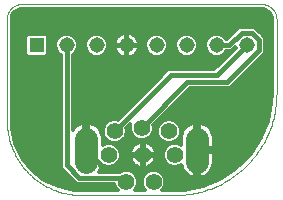
<source format=gtl>
G75*
%MOIN*%
%OFA0B0*%
%FSLAX25Y25*%
%IPPOS*%
%LPD*%
%AMOC8*
5,1,8,0,0,1.08239X$1,22.5*
%
%ADD10C,0.00000*%
%ADD11C,0.05543*%
%ADD12C,0.07677*%
%ADD13R,0.05150X0.05150*%
%ADD14C,0.05150*%
%ADD15C,0.01200*%
%ADD16C,0.01600*%
D10*
X0026600Y0013809D02*
X0057514Y0013809D01*
X0026600Y0013809D02*
X0025996Y0013816D01*
X0025392Y0013838D01*
X0024789Y0013875D01*
X0024187Y0013926D01*
X0023587Y0013991D01*
X0022988Y0014071D01*
X0022391Y0014166D01*
X0021797Y0014275D01*
X0021205Y0014398D01*
X0020617Y0014535D01*
X0020032Y0014687D01*
X0019451Y0014853D01*
X0018875Y0015033D01*
X0018302Y0015226D01*
X0017735Y0015434D01*
X0017173Y0015655D01*
X0016616Y0015889D01*
X0016065Y0016137D01*
X0015520Y0016398D01*
X0014982Y0016673D01*
X0014450Y0016960D01*
X0013926Y0017260D01*
X0013409Y0017572D01*
X0012900Y0017897D01*
X0012398Y0018234D01*
X0011905Y0018584D01*
X0011421Y0018945D01*
X0010945Y0019317D01*
X0010479Y0019701D01*
X0010022Y0020096D01*
X0009575Y0020502D01*
X0009137Y0020919D01*
X0008710Y0021346D01*
X0008293Y0021784D01*
X0007887Y0022231D01*
X0007492Y0022688D01*
X0007108Y0023154D01*
X0006736Y0023630D01*
X0006375Y0024114D01*
X0006025Y0024607D01*
X0005688Y0025109D01*
X0005363Y0025618D01*
X0005051Y0026135D01*
X0004751Y0026659D01*
X0004464Y0027191D01*
X0004189Y0027729D01*
X0003928Y0028274D01*
X0003680Y0028825D01*
X0003446Y0029382D01*
X0003225Y0029944D01*
X0003017Y0030511D01*
X0002824Y0031084D01*
X0002644Y0031660D01*
X0002478Y0032241D01*
X0002326Y0032826D01*
X0002189Y0033414D01*
X0002066Y0034006D01*
X0001957Y0034600D01*
X0001862Y0035197D01*
X0001782Y0035796D01*
X0001717Y0036396D01*
X0001666Y0036998D01*
X0001629Y0037601D01*
X0001607Y0038205D01*
X0001600Y0038809D01*
X0001600Y0072510D01*
X0001602Y0072650D01*
X0001608Y0072790D01*
X0001618Y0072930D01*
X0001631Y0073070D01*
X0001649Y0073209D01*
X0001671Y0073348D01*
X0001696Y0073485D01*
X0001725Y0073623D01*
X0001758Y0073759D01*
X0001795Y0073894D01*
X0001836Y0074028D01*
X0001881Y0074161D01*
X0001929Y0074293D01*
X0001981Y0074423D01*
X0002036Y0074552D01*
X0002095Y0074679D01*
X0002158Y0074805D01*
X0002224Y0074929D01*
X0002293Y0075050D01*
X0002366Y0075170D01*
X0002443Y0075288D01*
X0002522Y0075403D01*
X0002605Y0075517D01*
X0002691Y0075627D01*
X0002780Y0075736D01*
X0002872Y0075842D01*
X0002967Y0075945D01*
X0003064Y0076046D01*
X0003165Y0076143D01*
X0003268Y0076238D01*
X0003374Y0076330D01*
X0003483Y0076419D01*
X0003593Y0076505D01*
X0003707Y0076588D01*
X0003822Y0076667D01*
X0003940Y0076744D01*
X0004060Y0076817D01*
X0004181Y0076886D01*
X0004305Y0076952D01*
X0004431Y0077015D01*
X0004558Y0077074D01*
X0004687Y0077129D01*
X0004817Y0077181D01*
X0004949Y0077229D01*
X0005082Y0077274D01*
X0005216Y0077315D01*
X0005351Y0077352D01*
X0005487Y0077385D01*
X0005625Y0077414D01*
X0005762Y0077439D01*
X0005901Y0077461D01*
X0006040Y0077479D01*
X0006180Y0077492D01*
X0006320Y0077502D01*
X0006460Y0077508D01*
X0006600Y0077510D01*
X0086521Y0077510D01*
X0086661Y0077508D01*
X0086801Y0077502D01*
X0086941Y0077492D01*
X0087081Y0077479D01*
X0087220Y0077461D01*
X0087359Y0077439D01*
X0087496Y0077414D01*
X0087634Y0077385D01*
X0087770Y0077352D01*
X0087905Y0077315D01*
X0088039Y0077274D01*
X0088172Y0077229D01*
X0088304Y0077181D01*
X0088434Y0077129D01*
X0088563Y0077074D01*
X0088690Y0077015D01*
X0088816Y0076952D01*
X0088940Y0076886D01*
X0089061Y0076817D01*
X0089181Y0076744D01*
X0089299Y0076667D01*
X0089414Y0076588D01*
X0089528Y0076505D01*
X0089638Y0076419D01*
X0089747Y0076330D01*
X0089853Y0076238D01*
X0089956Y0076143D01*
X0090057Y0076046D01*
X0090154Y0075945D01*
X0090249Y0075842D01*
X0090341Y0075736D01*
X0090430Y0075627D01*
X0090516Y0075517D01*
X0090599Y0075403D01*
X0090678Y0075288D01*
X0090755Y0075170D01*
X0090828Y0075050D01*
X0090897Y0074929D01*
X0090963Y0074805D01*
X0091026Y0074679D01*
X0091085Y0074552D01*
X0091140Y0074423D01*
X0091192Y0074293D01*
X0091240Y0074161D01*
X0091285Y0074028D01*
X0091326Y0073894D01*
X0091363Y0073759D01*
X0091396Y0073623D01*
X0091425Y0073485D01*
X0091450Y0073348D01*
X0091472Y0073209D01*
X0091490Y0073070D01*
X0091503Y0072930D01*
X0091513Y0072790D01*
X0091519Y0072650D01*
X0091521Y0072510D01*
X0091521Y0047817D01*
X0091522Y0047817D02*
X0091512Y0046995D01*
X0091482Y0046174D01*
X0091433Y0045354D01*
X0091363Y0044535D01*
X0091274Y0043718D01*
X0091165Y0042903D01*
X0091037Y0042092D01*
X0090888Y0041283D01*
X0090721Y0040479D01*
X0090534Y0039678D01*
X0090327Y0038883D01*
X0090102Y0038093D01*
X0089858Y0037308D01*
X0089594Y0036529D01*
X0089312Y0035758D01*
X0089011Y0034993D01*
X0088692Y0034235D01*
X0088355Y0033486D01*
X0088000Y0032745D01*
X0087627Y0032013D01*
X0087236Y0031290D01*
X0086828Y0030576D01*
X0086403Y0029873D01*
X0085961Y0029180D01*
X0085502Y0028498D01*
X0085027Y0027828D01*
X0084536Y0027169D01*
X0084029Y0026522D01*
X0083507Y0025887D01*
X0082969Y0025266D01*
X0082417Y0024657D01*
X0081850Y0024062D01*
X0081269Y0023481D01*
X0080674Y0022914D01*
X0080065Y0022362D01*
X0079444Y0021824D01*
X0078809Y0021302D01*
X0078162Y0020795D01*
X0077503Y0020304D01*
X0076833Y0019829D01*
X0076151Y0019370D01*
X0075458Y0018928D01*
X0074755Y0018503D01*
X0074041Y0018095D01*
X0073318Y0017704D01*
X0072586Y0017331D01*
X0071845Y0016976D01*
X0071096Y0016639D01*
X0070338Y0016320D01*
X0069573Y0016019D01*
X0068802Y0015737D01*
X0068023Y0015473D01*
X0067238Y0015229D01*
X0066448Y0015004D01*
X0065653Y0014797D01*
X0064852Y0014610D01*
X0064048Y0014443D01*
X0063239Y0014294D01*
X0062428Y0014166D01*
X0061613Y0014057D01*
X0060796Y0013968D01*
X0059977Y0013898D01*
X0059157Y0013849D01*
X0058336Y0013819D01*
X0057514Y0013809D01*
D11*
X0050537Y0018179D03*
X0041482Y0018179D03*
X0046994Y0027234D03*
X0055655Y0035108D03*
X0046600Y0036289D03*
X0037545Y0035108D03*
X0035576Y0027234D03*
X0057624Y0027234D03*
D12*
X0065104Y0024970D02*
X0065104Y0032648D01*
X0028096Y0032648D02*
X0028096Y0024970D01*
D13*
X0011600Y0063809D03*
D14*
X0021600Y0063809D03*
X0031600Y0063809D03*
X0041600Y0063809D03*
X0051600Y0063809D03*
X0061600Y0063809D03*
X0071600Y0063809D03*
X0081600Y0063809D03*
D15*
X0018871Y0016722D02*
X0014150Y0018996D01*
X0010054Y0022263D01*
X0006787Y0026359D01*
X0004513Y0031081D01*
X0003347Y0036189D01*
X0003200Y0038809D01*
X0003200Y0072510D01*
X0003265Y0073173D01*
X0003773Y0074399D01*
X0004711Y0075337D01*
X0005937Y0075845D01*
X0006600Y0075910D01*
X0086521Y0075910D01*
X0087185Y0075845D01*
X0088410Y0075337D01*
X0089348Y0074399D01*
X0089856Y0073173D01*
X0089921Y0072510D01*
X0089921Y0047817D01*
X0089765Y0044640D01*
X0088526Y0038409D01*
X0086095Y0032540D01*
X0082565Y0027258D01*
X0078073Y0022765D01*
X0072790Y0019236D01*
X0066921Y0016805D01*
X0060690Y0015565D01*
X0057514Y0015409D01*
X0053384Y0015409D01*
X0053904Y0015929D01*
X0054509Y0017389D01*
X0054509Y0018969D01*
X0053904Y0020429D01*
X0052787Y0021546D01*
X0051327Y0022151D01*
X0049747Y0022151D01*
X0048287Y0021546D01*
X0047170Y0020429D01*
X0046565Y0018969D01*
X0046565Y0017389D01*
X0047170Y0015929D01*
X0047690Y0015409D01*
X0044329Y0015409D01*
X0044849Y0015929D01*
X0045454Y0017389D01*
X0045454Y0018969D01*
X0044849Y0020429D01*
X0043732Y0021546D01*
X0042272Y0022151D01*
X0040692Y0022151D01*
X0039232Y0021546D01*
X0039218Y0021532D01*
X0032320Y0021532D01*
X0032748Y0022120D01*
X0033136Y0022883D01*
X0033401Y0023697D01*
X0033421Y0023828D01*
X0034786Y0023263D01*
X0036366Y0023263D01*
X0037826Y0023867D01*
X0038943Y0024984D01*
X0039548Y0026444D01*
X0039548Y0028024D01*
X0038943Y0029484D01*
X0037826Y0030601D01*
X0036366Y0031206D01*
X0034786Y0031206D01*
X0033535Y0030687D01*
X0033535Y0033076D01*
X0033401Y0033921D01*
X0033136Y0034735D01*
X0032748Y0035498D01*
X0032244Y0036191D01*
X0031639Y0036796D01*
X0030946Y0037299D01*
X0030184Y0037688D01*
X0029370Y0037952D01*
X0028696Y0038059D01*
X0028696Y0029409D01*
X0027496Y0029409D01*
X0027496Y0038059D01*
X0026823Y0037952D01*
X0026008Y0037688D01*
X0025246Y0037299D01*
X0024553Y0036796D01*
X0023948Y0036191D01*
X0023600Y0035712D01*
X0023600Y0060552D01*
X0023738Y0060609D01*
X0024800Y0061671D01*
X0025375Y0063058D01*
X0025375Y0064560D01*
X0024800Y0065947D01*
X0023738Y0067009D01*
X0022351Y0067584D01*
X0020849Y0067584D01*
X0019462Y0067009D01*
X0018400Y0065947D01*
X0017825Y0064560D01*
X0017825Y0063058D01*
X0018400Y0061671D01*
X0019462Y0060609D01*
X0019600Y0060552D01*
X0019600Y0022947D01*
X0025015Y0017532D01*
X0037510Y0017532D01*
X0037510Y0017389D01*
X0038115Y0015929D01*
X0038635Y0015409D01*
X0026600Y0015409D01*
X0023980Y0015556D01*
X0018871Y0016722D01*
X0017454Y0017405D02*
X0037510Y0017405D01*
X0038000Y0016206D02*
X0021133Y0016206D01*
X0023944Y0018603D02*
X0014966Y0018603D01*
X0013140Y0019802D02*
X0022745Y0019802D01*
X0021547Y0021000D02*
X0011637Y0021000D01*
X0010134Y0022199D02*
X0020348Y0022199D01*
X0019600Y0023397D02*
X0009149Y0023397D01*
X0008193Y0024596D02*
X0019600Y0024596D01*
X0019600Y0025794D02*
X0007237Y0025794D01*
X0006482Y0026993D02*
X0019600Y0026993D01*
X0019600Y0028191D02*
X0005905Y0028191D01*
X0005327Y0029390D02*
X0019600Y0029390D01*
X0019600Y0030588D02*
X0004750Y0030588D01*
X0004352Y0031787D02*
X0019600Y0031787D01*
X0019600Y0032985D02*
X0004078Y0032985D01*
X0003805Y0034184D02*
X0019600Y0034184D01*
X0019600Y0035382D02*
X0003531Y0035382D01*
X0003325Y0036581D02*
X0019600Y0036581D01*
X0019600Y0037779D02*
X0003258Y0037779D01*
X0003200Y0038978D02*
X0019600Y0038978D01*
X0019600Y0040176D02*
X0003200Y0040176D01*
X0003200Y0041375D02*
X0019600Y0041375D01*
X0019600Y0042573D02*
X0003200Y0042573D01*
X0003200Y0043772D02*
X0019600Y0043772D01*
X0019600Y0044970D02*
X0003200Y0044970D01*
X0003200Y0046169D02*
X0019600Y0046169D01*
X0019600Y0047367D02*
X0003200Y0047367D01*
X0003200Y0048566D02*
X0019600Y0048566D01*
X0019600Y0049764D02*
X0003200Y0049764D01*
X0003200Y0050963D02*
X0019600Y0050963D01*
X0019600Y0052161D02*
X0003200Y0052161D01*
X0003200Y0053360D02*
X0019600Y0053360D01*
X0019600Y0054558D02*
X0003200Y0054558D01*
X0003200Y0055757D02*
X0019600Y0055757D01*
X0019600Y0056955D02*
X0003200Y0056955D01*
X0003200Y0058154D02*
X0019600Y0058154D01*
X0019600Y0059352D02*
X0003200Y0059352D01*
X0003200Y0060551D02*
X0008011Y0060551D01*
X0007825Y0060737D02*
X0008528Y0060034D01*
X0014672Y0060034D01*
X0015375Y0060737D01*
X0015375Y0066881D01*
X0014672Y0067584D01*
X0008528Y0067584D01*
X0007825Y0066881D01*
X0007825Y0060737D01*
X0007825Y0061750D02*
X0003200Y0061750D01*
X0003200Y0062948D02*
X0007825Y0062948D01*
X0007825Y0064147D02*
X0003200Y0064147D01*
X0003200Y0065345D02*
X0007825Y0065345D01*
X0007825Y0066544D02*
X0003200Y0066544D01*
X0003200Y0067742D02*
X0040195Y0067742D01*
X0039997Y0067678D02*
X0040622Y0067881D01*
X0041271Y0067984D01*
X0041413Y0067984D01*
X0041413Y0063997D01*
X0041787Y0063997D01*
X0041787Y0067984D01*
X0041929Y0067984D01*
X0042578Y0067881D01*
X0043203Y0067678D01*
X0043788Y0067380D01*
X0044320Y0066993D01*
X0044784Y0066529D01*
X0045171Y0065997D01*
X0045469Y0065412D01*
X0045672Y0064787D01*
X0045775Y0064138D01*
X0045775Y0063996D01*
X0041787Y0063996D01*
X0041787Y0063622D01*
X0041787Y0059634D01*
X0041929Y0059634D01*
X0042578Y0059737D01*
X0043203Y0059940D01*
X0043788Y0060238D01*
X0044320Y0060625D01*
X0044784Y0061089D01*
X0045171Y0061621D01*
X0045469Y0062206D01*
X0045672Y0062831D01*
X0045775Y0063480D01*
X0045775Y0063622D01*
X0041787Y0063622D01*
X0041413Y0063622D01*
X0041413Y0059634D01*
X0041271Y0059634D01*
X0040622Y0059737D01*
X0039997Y0059940D01*
X0039412Y0060238D01*
X0038880Y0060625D01*
X0038416Y0061089D01*
X0038029Y0061621D01*
X0037731Y0062206D01*
X0037528Y0062831D01*
X0037425Y0063480D01*
X0037425Y0063622D01*
X0041413Y0063622D01*
X0041413Y0063996D01*
X0037425Y0063996D01*
X0037425Y0064138D01*
X0037528Y0064787D01*
X0037731Y0065412D01*
X0038029Y0065997D01*
X0038416Y0066529D01*
X0038880Y0066993D01*
X0039412Y0067380D01*
X0039997Y0067678D01*
X0041413Y0067742D02*
X0041787Y0067742D01*
X0041787Y0066544D02*
X0041413Y0066544D01*
X0041413Y0065345D02*
X0041787Y0065345D01*
X0041787Y0064147D02*
X0041413Y0064147D01*
X0041413Y0062948D02*
X0041787Y0062948D01*
X0041787Y0061750D02*
X0041413Y0061750D01*
X0041413Y0060551D02*
X0041787Y0060551D01*
X0044218Y0060551D02*
X0049602Y0060551D01*
X0049462Y0060609D02*
X0050849Y0060034D01*
X0052351Y0060034D01*
X0053738Y0060609D01*
X0054800Y0061671D01*
X0055375Y0063058D01*
X0055375Y0064560D01*
X0054800Y0065947D01*
X0053738Y0067009D01*
X0052351Y0067584D01*
X0050849Y0067584D01*
X0049462Y0067009D01*
X0048400Y0065947D01*
X0047825Y0064560D01*
X0047825Y0063058D01*
X0048400Y0061671D01*
X0049462Y0060609D01*
X0048367Y0061750D02*
X0045236Y0061750D01*
X0045690Y0062948D02*
X0047871Y0062948D01*
X0047825Y0064147D02*
X0045773Y0064147D01*
X0045491Y0065345D02*
X0048150Y0065345D01*
X0048996Y0066544D02*
X0044770Y0066544D01*
X0043005Y0067742D02*
X0076801Y0067742D01*
X0077999Y0068941D02*
X0003200Y0068941D01*
X0003200Y0070139D02*
X0089921Y0070139D01*
X0089921Y0071338D02*
X0003200Y0071338D01*
X0003203Y0072536D02*
X0089919Y0072536D01*
X0089623Y0073735D02*
X0003498Y0073735D01*
X0004307Y0074933D02*
X0088814Y0074933D01*
X0084158Y0069984D02*
X0079042Y0069984D01*
X0074867Y0065809D01*
X0074857Y0065809D01*
X0074800Y0065947D01*
X0073738Y0067009D01*
X0072351Y0067584D01*
X0070849Y0067584D01*
X0069462Y0067009D01*
X0068400Y0065947D01*
X0067825Y0064560D01*
X0067825Y0063058D01*
X0068400Y0061671D01*
X0069462Y0060609D01*
X0070849Y0060034D01*
X0072351Y0060034D01*
X0073738Y0060609D01*
X0074800Y0061671D01*
X0074857Y0061809D01*
X0076524Y0061809D01*
X0077825Y0063110D01*
X0077825Y0063058D01*
X0077882Y0062920D01*
X0070772Y0055809D01*
X0055417Y0055809D01*
X0038585Y0038976D01*
X0038335Y0039080D01*
X0036755Y0039080D01*
X0035295Y0038475D01*
X0034178Y0037358D01*
X0033573Y0035898D01*
X0033573Y0034318D01*
X0034178Y0032859D01*
X0035295Y0031741D01*
X0036755Y0031137D01*
X0038335Y0031137D01*
X0039795Y0031741D01*
X0040912Y0032859D01*
X0041517Y0034318D01*
X0041517Y0035898D01*
X0041413Y0036148D01*
X0042829Y0037564D01*
X0042628Y0037079D01*
X0042628Y0035499D01*
X0043233Y0034040D01*
X0044350Y0032922D01*
X0045810Y0032318D01*
X0047390Y0032318D01*
X0048850Y0032922D01*
X0049967Y0034040D01*
X0050572Y0035499D01*
X0050572Y0037079D01*
X0050468Y0037329D01*
X0062548Y0049409D01*
X0075933Y0049409D01*
X0077104Y0050581D01*
X0087775Y0061251D01*
X0087775Y0066367D01*
X0086603Y0067538D01*
X0084158Y0069984D01*
X0085201Y0068941D02*
X0089921Y0068941D01*
X0089921Y0067742D02*
X0086399Y0067742D01*
X0087598Y0066544D02*
X0089921Y0066544D01*
X0089921Y0065345D02*
X0087775Y0065345D01*
X0087775Y0064147D02*
X0089921Y0064147D01*
X0089921Y0062948D02*
X0087775Y0062948D01*
X0087775Y0061750D02*
X0089921Y0061750D01*
X0089921Y0060551D02*
X0087074Y0060551D01*
X0085876Y0059352D02*
X0089921Y0059352D01*
X0089921Y0058154D02*
X0084677Y0058154D01*
X0083479Y0056955D02*
X0089921Y0056955D01*
X0089921Y0055757D02*
X0082280Y0055757D01*
X0081082Y0054558D02*
X0089921Y0054558D01*
X0089921Y0053360D02*
X0079883Y0053360D01*
X0078685Y0052161D02*
X0089921Y0052161D01*
X0089921Y0050963D02*
X0077486Y0050963D01*
X0076288Y0049764D02*
X0089921Y0049764D01*
X0089921Y0048566D02*
X0061705Y0048566D01*
X0060506Y0047367D02*
X0089899Y0047367D01*
X0089840Y0046169D02*
X0059308Y0046169D01*
X0058109Y0044970D02*
X0089781Y0044970D01*
X0089765Y0044640D02*
X0089765Y0044640D01*
X0089592Y0043772D02*
X0056911Y0043772D01*
X0055712Y0042573D02*
X0089354Y0042573D01*
X0089116Y0041375D02*
X0054514Y0041375D01*
X0053315Y0040176D02*
X0088877Y0040176D01*
X0088639Y0038978D02*
X0056692Y0038978D01*
X0056445Y0039080D02*
X0054865Y0039080D01*
X0053405Y0038475D01*
X0052288Y0037358D01*
X0051683Y0035898D01*
X0051683Y0034318D01*
X0052288Y0032859D01*
X0053405Y0031741D01*
X0054865Y0031137D01*
X0056445Y0031137D01*
X0057905Y0031741D01*
X0059022Y0032859D01*
X0059627Y0034318D01*
X0059627Y0035898D01*
X0059022Y0037358D01*
X0057905Y0038475D01*
X0056445Y0039080D01*
X0054619Y0038978D02*
X0052117Y0038978D01*
X0052709Y0037779D02*
X0050918Y0037779D01*
X0050572Y0036581D02*
X0051966Y0036581D01*
X0051683Y0035382D02*
X0050523Y0035382D01*
X0050027Y0034184D02*
X0051739Y0034184D01*
X0052236Y0032985D02*
X0048913Y0032985D01*
X0048672Y0031286D02*
X0048017Y0031498D01*
X0047338Y0031606D01*
X0047280Y0031606D01*
X0047280Y0027520D01*
X0051365Y0027520D01*
X0051365Y0027578D01*
X0051258Y0028258D01*
X0051045Y0028912D01*
X0050733Y0029525D01*
X0050328Y0030082D01*
X0049842Y0030569D01*
X0049285Y0030973D01*
X0048672Y0031286D01*
X0049815Y0030588D02*
X0055361Y0030588D01*
X0055374Y0030601D02*
X0054257Y0029484D01*
X0053652Y0028024D01*
X0053652Y0026444D01*
X0054257Y0024984D01*
X0055374Y0023867D01*
X0056834Y0023263D01*
X0058414Y0023263D01*
X0059779Y0023828D01*
X0059799Y0023697D01*
X0060064Y0022883D01*
X0060452Y0022120D01*
X0060956Y0021427D01*
X0061561Y0020822D01*
X0062253Y0020319D01*
X0063016Y0019930D01*
X0063830Y0019666D01*
X0064504Y0019559D01*
X0064504Y0028209D01*
X0065704Y0028209D01*
X0065704Y0029409D01*
X0070543Y0029409D01*
X0070543Y0033076D01*
X0070409Y0033921D01*
X0070144Y0034735D01*
X0069755Y0035498D01*
X0069252Y0036191D01*
X0068647Y0036796D01*
X0067954Y0037299D01*
X0067192Y0037688D01*
X0066377Y0037952D01*
X0065704Y0038059D01*
X0065704Y0029409D01*
X0064504Y0029409D01*
X0064504Y0038059D01*
X0063830Y0037952D01*
X0063016Y0037688D01*
X0062253Y0037299D01*
X0061561Y0036796D01*
X0060956Y0036191D01*
X0060452Y0035498D01*
X0060064Y0034735D01*
X0059799Y0033921D01*
X0059665Y0033076D01*
X0059665Y0030687D01*
X0058414Y0031206D01*
X0056834Y0031206D01*
X0055374Y0030601D01*
X0054218Y0029390D02*
X0050802Y0029390D01*
X0051268Y0028191D02*
X0053721Y0028191D01*
X0053652Y0026993D02*
X0047280Y0026993D01*
X0047280Y0026948D02*
X0047280Y0027520D01*
X0046708Y0027520D01*
X0046708Y0031606D01*
X0046650Y0031606D01*
X0045970Y0031498D01*
X0045316Y0031286D01*
X0044702Y0030973D01*
X0044146Y0030569D01*
X0043659Y0030082D01*
X0043255Y0029525D01*
X0042942Y0028912D01*
X0042730Y0028258D01*
X0042622Y0027578D01*
X0042622Y0027520D01*
X0046708Y0027520D01*
X0046708Y0026948D01*
X0047280Y0026948D01*
X0051365Y0026948D01*
X0051365Y0026890D01*
X0051258Y0026211D01*
X0051045Y0025556D01*
X0050733Y0024943D01*
X0050328Y0024386D01*
X0049842Y0023900D01*
X0049285Y0023495D01*
X0048672Y0023183D01*
X0048017Y0022970D01*
X0047338Y0022863D01*
X0047280Y0022863D01*
X0047280Y0026948D01*
X0046708Y0026948D02*
X0046708Y0022863D01*
X0046650Y0022863D01*
X0045970Y0022970D01*
X0045316Y0023183D01*
X0044702Y0023495D01*
X0044146Y0023900D01*
X0043659Y0024386D01*
X0043255Y0024943D01*
X0042942Y0025556D01*
X0042730Y0026211D01*
X0042622Y0026890D01*
X0042622Y0026948D01*
X0046708Y0026948D01*
X0046708Y0026993D02*
X0039548Y0026993D01*
X0039279Y0025794D02*
X0042865Y0025794D01*
X0043507Y0024596D02*
X0038555Y0024596D01*
X0036691Y0023397D02*
X0044895Y0023397D01*
X0046708Y0023397D02*
X0047280Y0023397D01*
X0047280Y0024596D02*
X0046708Y0024596D01*
X0046708Y0025794D02*
X0047280Y0025794D01*
X0047280Y0028191D02*
X0046708Y0028191D01*
X0046708Y0029390D02*
X0047280Y0029390D01*
X0047280Y0030588D02*
X0046708Y0030588D01*
X0044173Y0030588D02*
X0037839Y0030588D01*
X0038982Y0029390D02*
X0043186Y0029390D01*
X0042719Y0028191D02*
X0039479Y0028191D01*
X0039840Y0031787D02*
X0053360Y0031787D01*
X0057950Y0031787D02*
X0059665Y0031787D01*
X0059665Y0032985D02*
X0059075Y0032985D01*
X0059571Y0034184D02*
X0059885Y0034184D01*
X0059627Y0035382D02*
X0060393Y0035382D01*
X0061346Y0036581D02*
X0059344Y0036581D01*
X0058601Y0037779D02*
X0063298Y0037779D01*
X0064504Y0037779D02*
X0065704Y0037779D01*
X0065704Y0036581D02*
X0064504Y0036581D01*
X0064504Y0035382D02*
X0065704Y0035382D01*
X0065704Y0034184D02*
X0064504Y0034184D01*
X0064504Y0032985D02*
X0065704Y0032985D01*
X0065704Y0031787D02*
X0064504Y0031787D01*
X0064504Y0030588D02*
X0065704Y0030588D01*
X0065704Y0029390D02*
X0083990Y0029390D01*
X0083189Y0028191D02*
X0070543Y0028191D01*
X0070543Y0028209D02*
X0065704Y0028209D01*
X0065704Y0019559D01*
X0066377Y0019666D01*
X0067192Y0019930D01*
X0067954Y0020319D01*
X0068647Y0020822D01*
X0069252Y0021427D01*
X0069755Y0022120D01*
X0070144Y0022883D01*
X0070409Y0023697D01*
X0070543Y0024542D01*
X0070543Y0028209D01*
X0070543Y0026993D02*
X0082300Y0026993D01*
X0081102Y0025794D02*
X0070543Y0025794D01*
X0070543Y0024596D02*
X0079903Y0024596D01*
X0078705Y0023397D02*
X0070311Y0023397D01*
X0069795Y0022199D02*
X0077225Y0022199D01*
X0075431Y0021000D02*
X0068825Y0021000D01*
X0066795Y0019802D02*
X0073637Y0019802D01*
X0071263Y0018603D02*
X0054509Y0018603D01*
X0054164Y0019802D02*
X0063412Y0019802D01*
X0064504Y0019802D02*
X0065704Y0019802D01*
X0065704Y0021000D02*
X0064504Y0021000D01*
X0064504Y0022199D02*
X0065704Y0022199D01*
X0065704Y0023397D02*
X0064504Y0023397D01*
X0064504Y0024596D02*
X0065704Y0024596D01*
X0065704Y0025794D02*
X0064504Y0025794D01*
X0064504Y0026993D02*
X0065704Y0026993D01*
X0065704Y0028191D02*
X0064504Y0028191D01*
X0070543Y0030588D02*
X0084791Y0030588D01*
X0085591Y0031787D02*
X0070543Y0031787D01*
X0070543Y0032985D02*
X0086279Y0032985D01*
X0086776Y0034184D02*
X0070323Y0034184D01*
X0069814Y0035382D02*
X0087272Y0035382D01*
X0087768Y0036581D02*
X0068862Y0036581D01*
X0066910Y0037779D02*
X0088265Y0037779D01*
X0071918Y0056955D02*
X0023600Y0056955D01*
X0023600Y0055757D02*
X0055365Y0055757D01*
X0054167Y0054558D02*
X0023600Y0054558D01*
X0023600Y0053360D02*
X0052968Y0053360D01*
X0051770Y0052161D02*
X0023600Y0052161D01*
X0023600Y0050963D02*
X0050571Y0050963D01*
X0049373Y0049764D02*
X0023600Y0049764D01*
X0023600Y0048566D02*
X0048174Y0048566D01*
X0046976Y0047367D02*
X0023600Y0047367D01*
X0023600Y0046169D02*
X0045777Y0046169D01*
X0044579Y0044970D02*
X0023600Y0044970D01*
X0023600Y0043772D02*
X0043380Y0043772D01*
X0042182Y0042573D02*
X0023600Y0042573D01*
X0023600Y0041375D02*
X0040983Y0041375D01*
X0039784Y0040176D02*
X0023600Y0040176D01*
X0023600Y0038978D02*
X0036508Y0038978D01*
X0038581Y0038978D02*
X0038586Y0038978D01*
X0041846Y0036581D02*
X0042628Y0036581D01*
X0042677Y0035382D02*
X0041517Y0035382D01*
X0041461Y0034184D02*
X0043173Y0034184D01*
X0044287Y0032985D02*
X0040964Y0032985D01*
X0035250Y0031787D02*
X0033535Y0031787D01*
X0033535Y0032985D02*
X0034125Y0032985D01*
X0033629Y0034184D02*
X0033315Y0034184D01*
X0033573Y0035382D02*
X0032807Y0035382D01*
X0031854Y0036581D02*
X0033856Y0036581D01*
X0034599Y0037779D02*
X0029902Y0037779D01*
X0028696Y0037779D02*
X0027496Y0037779D01*
X0027496Y0036581D02*
X0028696Y0036581D01*
X0028696Y0035382D02*
X0027496Y0035382D01*
X0027496Y0034184D02*
X0028696Y0034184D01*
X0028696Y0032985D02*
X0027496Y0032985D01*
X0027496Y0031787D02*
X0028696Y0031787D01*
X0028696Y0030588D02*
X0027496Y0030588D01*
X0024338Y0036581D02*
X0023600Y0036581D01*
X0023600Y0037779D02*
X0026290Y0037779D01*
X0033303Y0023397D02*
X0034462Y0023397D01*
X0032788Y0022199D02*
X0060412Y0022199D01*
X0061383Y0021000D02*
X0053333Y0021000D01*
X0056509Y0023397D02*
X0049092Y0023397D01*
X0050480Y0024596D02*
X0054645Y0024596D01*
X0053921Y0025794D02*
X0051122Y0025794D01*
X0047741Y0021000D02*
X0044278Y0021000D01*
X0045109Y0019802D02*
X0046910Y0019802D01*
X0046565Y0018603D02*
X0045454Y0018603D01*
X0045454Y0017405D02*
X0046565Y0017405D01*
X0047055Y0016206D02*
X0044963Y0016206D01*
X0054019Y0016206D02*
X0063913Y0016206D01*
X0068370Y0017405D02*
X0054509Y0017405D01*
X0058738Y0023397D02*
X0059897Y0023397D01*
X0073117Y0058154D02*
X0023600Y0058154D01*
X0023600Y0059352D02*
X0074315Y0059352D01*
X0073598Y0060551D02*
X0075514Y0060551D01*
X0074833Y0061750D02*
X0076712Y0061750D01*
X0077663Y0062948D02*
X0077871Y0062948D01*
X0075602Y0066544D02*
X0074204Y0066544D01*
X0068996Y0066544D02*
X0064204Y0066544D01*
X0063738Y0067009D02*
X0062351Y0067584D01*
X0060849Y0067584D01*
X0059462Y0067009D01*
X0058400Y0065947D01*
X0057825Y0064560D01*
X0057825Y0063058D01*
X0058400Y0061671D01*
X0059462Y0060609D01*
X0060849Y0060034D01*
X0062351Y0060034D01*
X0063738Y0060609D01*
X0064800Y0061671D01*
X0065375Y0063058D01*
X0065375Y0064560D01*
X0064800Y0065947D01*
X0063738Y0067009D01*
X0065050Y0065345D02*
X0068150Y0065345D01*
X0067825Y0064147D02*
X0065375Y0064147D01*
X0065329Y0062948D02*
X0067871Y0062948D01*
X0068367Y0061750D02*
X0064833Y0061750D01*
X0063598Y0060551D02*
X0069602Y0060551D01*
X0059602Y0060551D02*
X0053598Y0060551D01*
X0054833Y0061750D02*
X0058367Y0061750D01*
X0057871Y0062948D02*
X0055329Y0062948D01*
X0055375Y0064147D02*
X0057825Y0064147D01*
X0058150Y0065345D02*
X0055050Y0065345D01*
X0054204Y0066544D02*
X0058996Y0066544D01*
X0038430Y0066544D02*
X0034204Y0066544D01*
X0033738Y0067009D02*
X0032351Y0067584D01*
X0030849Y0067584D01*
X0029462Y0067009D01*
X0028400Y0065947D01*
X0027825Y0064560D01*
X0027825Y0063058D01*
X0028400Y0061671D01*
X0029462Y0060609D01*
X0030849Y0060034D01*
X0032351Y0060034D01*
X0033738Y0060609D01*
X0034800Y0061671D01*
X0035375Y0063058D01*
X0035375Y0064560D01*
X0034800Y0065947D01*
X0033738Y0067009D01*
X0035050Y0065345D02*
X0037709Y0065345D01*
X0037427Y0064147D02*
X0035375Y0064147D01*
X0035329Y0062948D02*
X0037510Y0062948D01*
X0037964Y0061750D02*
X0034833Y0061750D01*
X0033598Y0060551D02*
X0038982Y0060551D01*
X0029602Y0060551D02*
X0023600Y0060551D01*
X0024833Y0061750D02*
X0028367Y0061750D01*
X0027871Y0062948D02*
X0025329Y0062948D01*
X0025375Y0064147D02*
X0027825Y0064147D01*
X0028150Y0065345D02*
X0025050Y0065345D01*
X0024204Y0066544D02*
X0028996Y0066544D01*
X0019600Y0060551D02*
X0015189Y0060551D01*
X0015375Y0061750D02*
X0018367Y0061750D01*
X0017871Y0062948D02*
X0015375Y0062948D01*
X0015375Y0064147D02*
X0017825Y0064147D01*
X0018150Y0065345D02*
X0015375Y0065345D01*
X0015375Y0066544D02*
X0018996Y0066544D01*
D16*
X0021600Y0063809D02*
X0021600Y0023775D01*
X0025843Y0019532D01*
X0040129Y0019532D01*
X0041482Y0018179D01*
X0037387Y0022863D02*
X0041759Y0027234D01*
X0046994Y0027234D01*
X0037387Y0022863D02*
X0033766Y0022863D01*
X0031205Y0025423D01*
X0031205Y0025700D01*
X0028096Y0028809D01*
X0037545Y0035108D02*
X0056246Y0053809D01*
X0071600Y0053809D01*
X0081600Y0063809D01*
X0085775Y0062080D02*
X0075104Y0051409D01*
X0061720Y0051409D01*
X0046600Y0036289D01*
X0071600Y0063809D02*
X0075696Y0063809D01*
X0079871Y0067984D01*
X0083329Y0067984D01*
X0085775Y0065538D01*
X0085775Y0062080D01*
M02*

</source>
